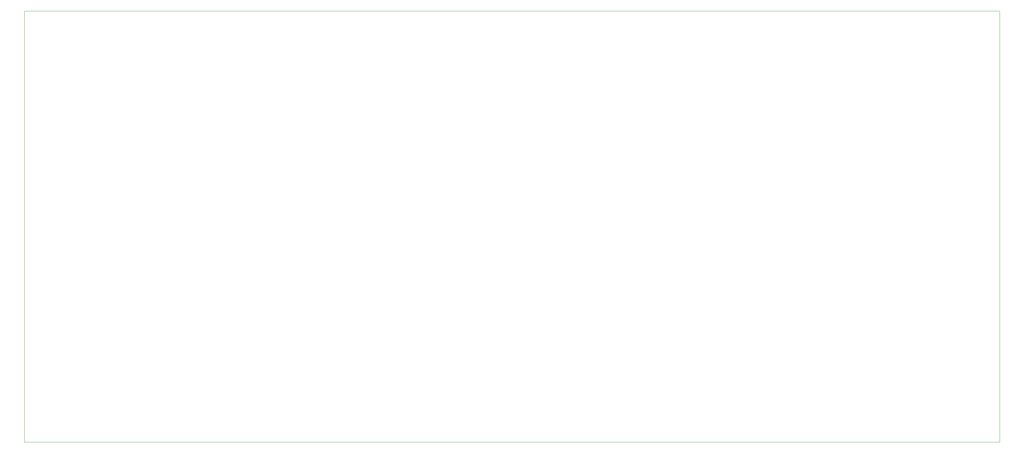
<source format=gbr>
%TF.GenerationSoftware,KiCad,Pcbnew,9.0.6+dfsg-1*%
%TF.CreationDate,2025-12-17T11:12:38+09:00*%
%TF.ProjectId,minimidi,6d696e69-6d69-4646-992e-6b696361645f,rev?*%
%TF.SameCoordinates,Original*%
%TF.FileFunction,Profile,NP*%
%FSLAX46Y46*%
G04 Gerber Fmt 4.6, Leading zero omitted, Abs format (unit mm)*
G04 Created by KiCad (PCBNEW 9.0.6+dfsg-1) date 2025-12-17 11:12:38*
%MOMM*%
%LPD*%
G01*
G04 APERTURE LIST*
%TA.AperFunction,Profile*%
%ADD10C,0.050000*%
%TD*%
G04 APERTURE END LIST*
D10*
X13000000Y-27000000D02*
X284000000Y-27000000D01*
X284000000Y-147000000D01*
X13000000Y-147000000D01*
X13000000Y-27000000D01*
M02*

</source>
